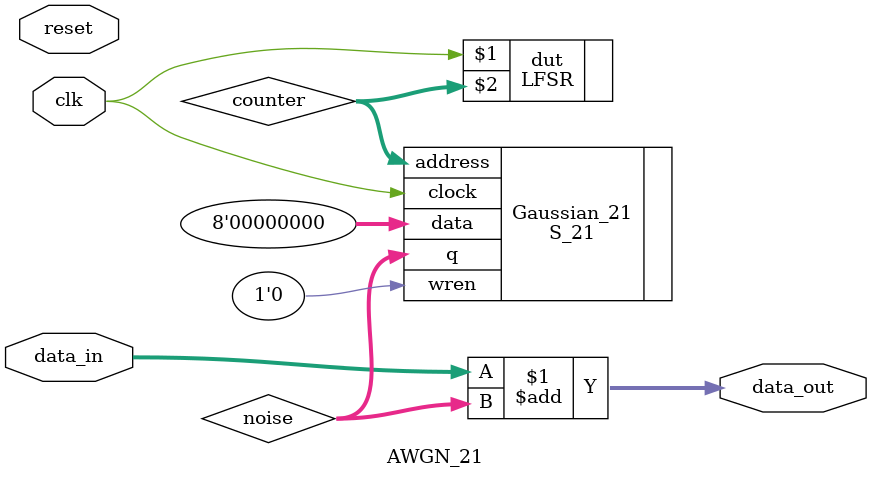
<source format=v>
/*--------------------------------------------------------------------------
    2 dB AWGN Module
    takes in 8 bit input and adds gaussian noise with SNR of 2 dB. Values
    preloaded into M10K memory from MIF file generated by MATLAB script.
--------------------------------------------------------------------------*/  
module AWGN_2(data_in, data_out, clk, reset);

    //IO signals
    input signed [7:0] data_in;
    output signed [7:0] data_out;
    input clk, reset;

    //Internal signals
    wire [15:0] counter;
    wire signed [7:0] noise;

    //setting counter to iterate through random array
    /*always@(posedge(clk)) begin
        if(reset == 1) begin
            counter = 0;
        end
        else begin
            counter = counter + 1;
            if(counter == 16'hFFFF) begin
                counter = 0;
            end
        end
    end*/
	 
	 LFSR dut(clk, counter);

    //instantiating memory loaded with 9 dB gaussian values
    S_2 Gaussian_2(.address(counter),.clock(clk),.data(8'd0),.wren(1'b0),.q(noise));

    //adding noise to output
    assign data_out = data_in + noise;

endmodule

/*--------------------------------------------------------------------------
    9 dB AWGN Module
    takes in 8 bit input and adds gaussian noise with SNR of 9 dB. Values
    preloaded into M10K memory from MIF file generated by MATLAB script.
--------------------------------------------------------------------------*/  
module AWGN_9(data_in, data_out, clk, reset);

    //IO signals
    input signed [7:0] data_in;
    output signed [7:0] data_out;
    input clk, reset;

    //Internal signals
    wire [15:0] counter;
    wire signed [7:0] noise;

    //setting counter to iterate through random array
    /*always@(posedge(clk)) begin
        if(reset == 1) begin
            counter = 0;
        end
        else begin
            counter = counter + 1;
            if(counter == 16'hFFFF) begin
                counter = 0;
            end
        end
    end*/
	 
	 LFSR dut(clk, counter);

    //instantiating memory loaded with 9 dB gaussian values
    S_9 Gaussian_9(.address(counter),.clock(clk),.data(8'd0),.wren(1'b0),.q(noise));

    //adding noise to output
    assign data_out = data_in + noise;

endmodule

/*--------------------------------------------------------------------------
    21 dB AWGN Module
    takes in 8 bit input and adds gaussian noise with SNR of 21 dB. Values
    preloaded into M10K memory from MIF file generated by MATLAB script.
--------------------------------------------------------------------------*/
module AWGN_21(data_in, data_out, clk, reset);

    //IO signals
    input signed [7:0] data_in;
    output signed [7:0] data_out;
    input clk, reset;

    //Internal signals
    wire [15:0] counter;
    wire signed [7:0] noise;

    //setting counter to iterate through random array
    /*always@(posedge(clk)) begin
        if(reset == 1) begin
            counter = 0;
        end
        else begin
            counter = counter + 1;
            if(counter == 16'd65535) begin
                counter = 0;
            end
        end
    end*/
	 
	 LFSR dut(clk, counter);
    
    //instantiating memory loaded with 21 dB gaussian values
    S_21 Gaussian_21(.address(counter),.clock(clk),.data(8'd0),.wren(1'b0),.q(noise));

    //adding gaussian noise to output
    assign data_out = data_in + noise;


endmodule
</source>
